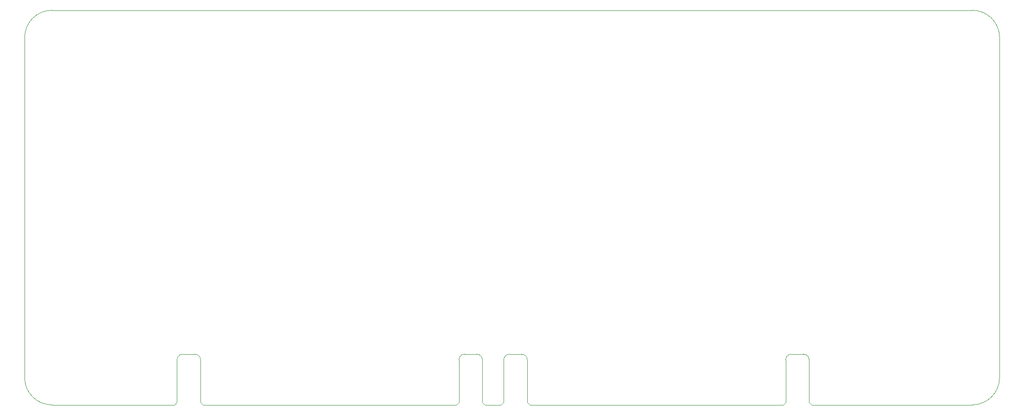
<source format=gm1>
%TF.GenerationSoftware,KiCad,Pcbnew,8.0.7*%
%TF.CreationDate,2025-04-29T19:58:08+02:00*%
%TF.ProjectId,GPIO Controller Board,4750494f-2043-46f6-9e74-726f6c6c6572,Pico GPIO Wide*%
%TF.SameCoordinates,Original*%
%TF.FileFunction,Profile,NP*%
%FSLAX46Y46*%
G04 Gerber Fmt 4.6, Leading zero omitted, Abs format (unit mm)*
G04 Created by KiCad (PCBNEW 8.0.7) date 2025-04-29 19:58:08*
%MOMM*%
%LPD*%
G01*
G04 APERTURE LIST*
%TA.AperFunction,Profile*%
%ADD10C,0.100000*%
%TD*%
G04 APERTURE END LIST*
D10*
X172720000Y55880000D02*
G75*
G02*
X177800000Y50800000I0J-5080000D01*
G01*
X-3810000Y50800000D02*
G75*
G02*
X1270000Y55880000I5080002J-2D01*
G01*
X-3810000Y-12700000D02*
X-3810000Y50800000D01*
X177800000Y-12700000D02*
X177800000Y50800000D01*
X142837149Y-17780000D02*
X172720000Y-17780000D01*
X1270000Y55880000D02*
X172720000Y55880000D01*
X1270000Y-17780000D02*
G75*
G02*
X-3810000Y-12700000I2J5080002D01*
G01*
X81968047Y-17780000D02*
X84938054Y-17780000D01*
X1270000Y-17780000D02*
X24068952Y-17780000D01*
X177800000Y-12700000D02*
G75*
G02*
X172720000Y-17780000I-5080000J0D01*
G01*
%TO.C,J3*%
X85438100Y-9380000D02*
X85438100Y-17280000D01*
X85438100Y-17280000D02*
X84938100Y-17780000D01*
X86515148Y-8313201D02*
X88748100Y-8313201D01*
X89825148Y-9380000D02*
X89825148Y-17280000D01*
X89825148Y-17280000D02*
X90325148Y-17780000D01*
X137450148Y-17780000D02*
X90325148Y-17780000D01*
X137950148Y-9380000D02*
X137950148Y-17280000D01*
X137950148Y-17280000D02*
X137450148Y-17780000D01*
X139027196Y-8313201D02*
X141260148Y-8313201D01*
X142337196Y-9380000D02*
X142337196Y-17280000D01*
X142337196Y-17280000D02*
X142837196Y-17780000D01*
X85438100Y-9380000D02*
G75*
G02*
X86515148Y-8313201I1071932J-5133D01*
G01*
X88748100Y-8313201D02*
G75*
G02*
X89825149Y-9380000I5130J-1071919D01*
G01*
X137950148Y-9380000D02*
G75*
G02*
X139027196Y-8313148I1071952J-5100D01*
G01*
X141260148Y-8313201D02*
G75*
G02*
X142337199Y-9380000I5152J-1071899D01*
G01*
%TO.C,J2*%
X24569000Y-9380000D02*
X24569000Y-17280000D01*
X24569000Y-17280000D02*
X24069000Y-17780000D01*
X25646048Y-8313201D02*
X27879000Y-8313201D01*
X28956048Y-9380000D02*
X28956048Y-17280000D01*
X28956048Y-17280000D02*
X29456048Y-17780000D01*
X76581048Y-17780000D02*
X29456048Y-17780000D01*
X77081048Y-9380000D02*
X77081048Y-17280000D01*
X77081048Y-17280000D02*
X76581048Y-17780000D01*
X78158096Y-8313201D02*
X80391048Y-8313201D01*
X81468096Y-9380000D02*
X81468096Y-17280000D01*
X81468096Y-17280000D02*
X81968096Y-17780000D01*
X24569000Y-9380000D02*
G75*
G02*
X25646048Y-8313201I1071932J-5133D01*
G01*
X27879000Y-8313201D02*
G75*
G02*
X28956049Y-9380000I5130J-1071919D01*
G01*
X77081048Y-9380000D02*
G75*
G02*
X78158096Y-8313148I1071952J-5100D01*
G01*
X80391048Y-8313201D02*
G75*
G02*
X81468099Y-9380000I5152J-1071899D01*
G01*
%TD*%
M02*

</source>
